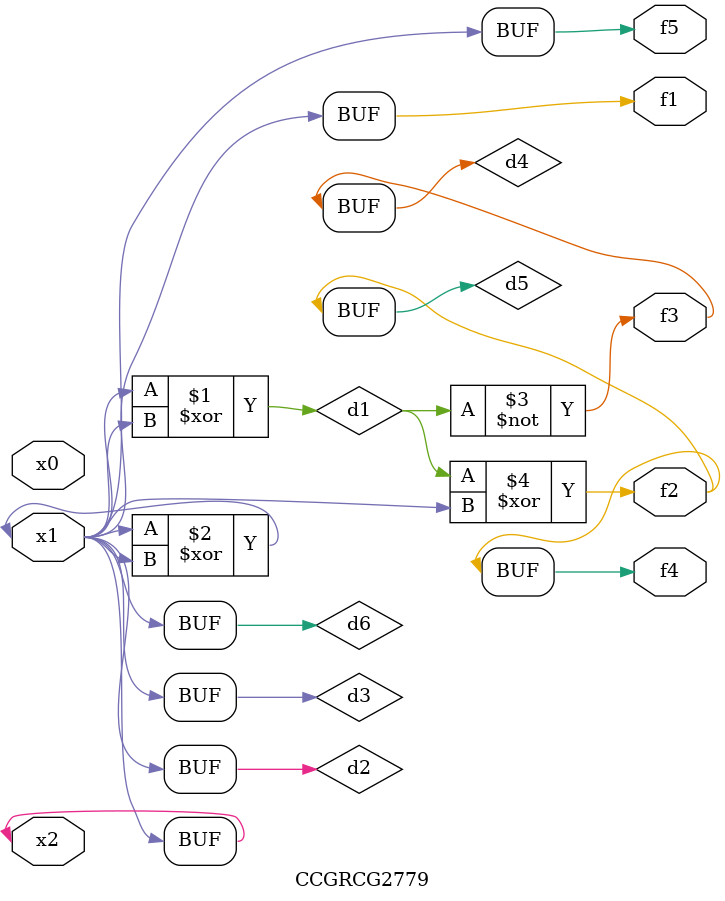
<source format=v>
module CCGRCG2779(
	input x0, x1, x2,
	output f1, f2, f3, f4, f5
);

	wire d1, d2, d3, d4, d5, d6;

	xor (d1, x1, x2);
	buf (d2, x1, x2);
	xor (d3, x1, x2);
	nor (d4, d1);
	xor (d5, d1, d2);
	buf (d6, d2, d3);
	assign f1 = d6;
	assign f2 = d5;
	assign f3 = d4;
	assign f4 = d5;
	assign f5 = d6;
endmodule

</source>
